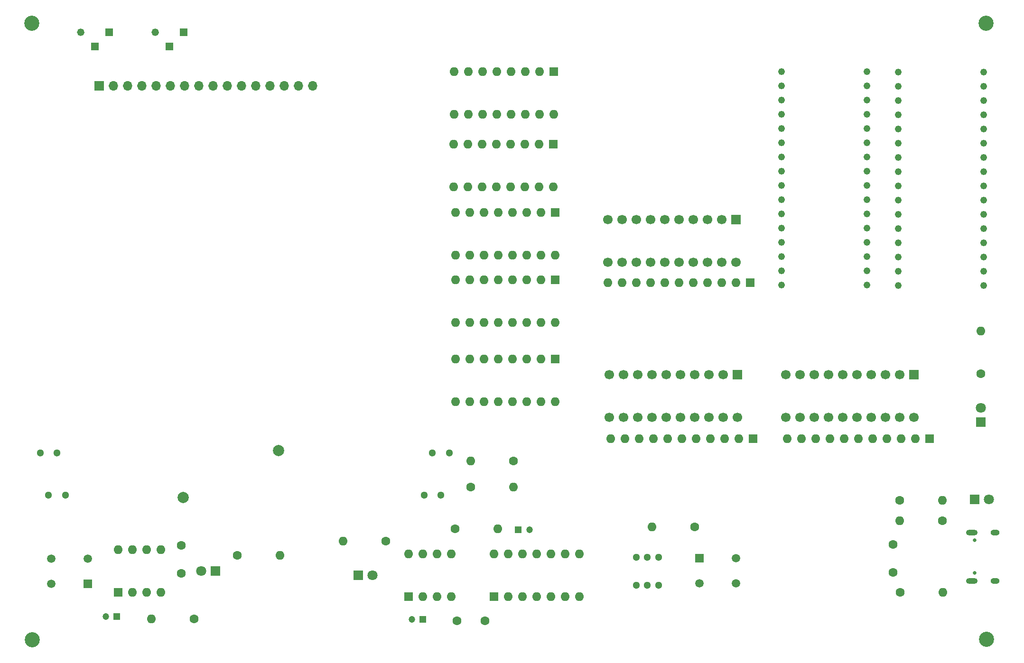
<source format=gbs>
%TF.GenerationSoftware,KiCad,Pcbnew,7.0.10*%
%TF.CreationDate,2024-03-06T21:26:23-08:00*%
%TF.ProjectId,cpu,6370752e-6b69-4636-9164-5f7063625858,1.0*%
%TF.SameCoordinates,Original*%
%TF.FileFunction,Soldermask,Bot*%
%TF.FilePolarity,Negative*%
%FSLAX46Y46*%
G04 Gerber Fmt 4.6, Leading zero omitted, Abs format (unit mm)*
G04 Created by KiCad (PCBNEW 7.0.10) date 2024-03-06 21:26:23*
%MOMM*%
%LPD*%
G01*
G04 APERTURE LIST*
%ADD10C,1.300000*%
%ADD11R,1.600000X1.600000*%
%ADD12O,1.600000X1.600000*%
%ADD13C,1.600000*%
%ADD14C,1.320800*%
%ADD15R,1.320800X1.320800*%
%ADD16C,2.700000*%
%ADD17C,1.244600*%
%ADD18R,1.700000X1.700000*%
%ADD19C,1.700000*%
%ADD20R,1.800000X1.800000*%
%ADD21C,1.800000*%
%ADD22R,1.200000X1.200000*%
%ADD23C,1.200000*%
%ADD24R,1.508000X1.508000*%
%ADD25C,1.508000*%
%ADD26O,1.700000X1.700000*%
%ADD27C,0.650000*%
%ADD28O,2.100000X1.000000*%
%ADD29O,1.600000X1.000000*%
%ADD30C,2.000000*%
G04 APERTURE END LIST*
D10*
%TO.C,SW1*%
X154390000Y-130430000D03*
X156390000Y-130430000D03*
X158390000Y-130430000D03*
X154390000Y-125430000D03*
X156390000Y-125430000D03*
X158390000Y-125430000D03*
%TD*%
D11*
%TO.C,U8*%
X139954000Y-90043000D03*
D12*
X137414000Y-90043000D03*
X134874000Y-90043000D03*
X132334000Y-90043000D03*
X129794000Y-90043000D03*
X127254000Y-90043000D03*
X124714000Y-90043000D03*
X122174000Y-90043000D03*
X122174000Y-97663000D03*
X124714000Y-97663000D03*
X127254000Y-97663000D03*
X129794000Y-97663000D03*
X132334000Y-97663000D03*
X134874000Y-97663000D03*
X137414000Y-97663000D03*
X139954000Y-97663000D03*
%TD*%
D13*
%TO.C,R5*%
X132486400Y-108254800D03*
D12*
X124866400Y-108254800D03*
%TD*%
D11*
%TO.C,U6*%
X139954000Y-63881000D03*
D12*
X137414000Y-63881000D03*
X134874000Y-63881000D03*
X132334000Y-63881000D03*
X129794000Y-63881000D03*
X127254000Y-63881000D03*
X124714000Y-63881000D03*
X122174000Y-63881000D03*
X122174000Y-71501000D03*
X124714000Y-71501000D03*
X127254000Y-71501000D03*
X129794000Y-71501000D03*
X132334000Y-71501000D03*
X134874000Y-71501000D03*
X137414000Y-71501000D03*
X139954000Y-71501000D03*
%TD*%
D13*
%TO.C,R3*%
X164840000Y-120050000D03*
D12*
X157220000Y-120050000D03*
%TD*%
D14*
%TO.C,RV2*%
X55245000Y-31750000D03*
D15*
X57785000Y-34290000D03*
X60325000Y-31750000D03*
%TD*%
D16*
%TO.C,H3*%
X46640000Y-140180000D03*
%TD*%
D13*
%TO.C,R8*%
X122080000Y-120430000D03*
D12*
X129700000Y-120430000D03*
%TD*%
D17*
%TO.C,U10*%
X216408000Y-76962000D03*
X216408000Y-74422000D03*
X216408000Y-71882000D03*
X216408000Y-69342000D03*
X216408000Y-66802000D03*
X216408000Y-64262000D03*
X216408000Y-61722000D03*
X216408000Y-59182000D03*
X216408000Y-56642000D03*
X216408000Y-54102000D03*
X216408000Y-51562000D03*
X216408000Y-49022000D03*
X216408000Y-46482000D03*
X216408000Y-43942000D03*
X216408000Y-41402000D03*
X216408000Y-38862000D03*
X201168000Y-38862000D03*
X201168000Y-41402000D03*
X201168000Y-43942000D03*
X201168000Y-46482000D03*
X201168000Y-49022000D03*
X201168000Y-51562000D03*
X201168000Y-54102000D03*
X201168000Y-56642000D03*
X201168000Y-59182000D03*
X201168000Y-61722000D03*
X201168000Y-64262000D03*
X201168000Y-66802000D03*
X201168000Y-69342000D03*
X201168000Y-71882000D03*
X201168000Y-74422000D03*
X201168000Y-76962000D03*
%TD*%
D13*
%TO.C,R2*%
X83185000Y-125095000D03*
D12*
X90805000Y-125095000D03*
%TD*%
D11*
%TO.C,RN3*%
X174752000Y-76454000D03*
D12*
X172212000Y-76454000D03*
X169672000Y-76454000D03*
X167132000Y-76454000D03*
X164592000Y-76454000D03*
X162052000Y-76454000D03*
X159512000Y-76454000D03*
X156972000Y-76454000D03*
X154432000Y-76454000D03*
X151892000Y-76454000D03*
X149352000Y-76454000D03*
%TD*%
D11*
%TO.C,U2*%
X129032000Y-132461000D03*
D12*
X131572000Y-132461000D03*
X134112000Y-132461000D03*
X136652000Y-132461000D03*
X139192000Y-132461000D03*
X141732000Y-132461000D03*
X144272000Y-132461000D03*
X144272000Y-124841000D03*
X141732000Y-124841000D03*
X139192000Y-124841000D03*
X136652000Y-124841000D03*
X134112000Y-124841000D03*
X131572000Y-124841000D03*
X129032000Y-124841000D03*
%TD*%
D18*
%TO.C,D4*%
X172466000Y-92837000D03*
D19*
X169926000Y-92837000D03*
X167386000Y-92837000D03*
X164846000Y-92837000D03*
X162306000Y-92837000D03*
X159766000Y-92837000D03*
X157226000Y-92837000D03*
X154686000Y-92837000D03*
X152146000Y-92837000D03*
X149606000Y-92837000D03*
X149606000Y-100457000D03*
X152146000Y-100457000D03*
X154686000Y-100457000D03*
X157226000Y-100457000D03*
X159766000Y-100457000D03*
X162306000Y-100457000D03*
X164846000Y-100457000D03*
X167386000Y-100457000D03*
X169926000Y-100457000D03*
X172466000Y-100457000D03*
%TD*%
D13*
%TO.C,R10*%
X209000000Y-118930000D03*
D12*
X201380000Y-118930000D03*
%TD*%
D20*
%TO.C,D1*%
X79300000Y-127935000D03*
D21*
X76760000Y-127935000D03*
%TD*%
D11*
%TO.C,U4*%
X139700000Y-38735000D03*
D12*
X137160000Y-38735000D03*
X134620000Y-38735000D03*
X132080000Y-38735000D03*
X129540000Y-38735000D03*
X127000000Y-38735000D03*
X124460000Y-38735000D03*
X121920000Y-38735000D03*
X121920000Y-46355000D03*
X124460000Y-46355000D03*
X127000000Y-46355000D03*
X129540000Y-46355000D03*
X132080000Y-46355000D03*
X134620000Y-46355000D03*
X137160000Y-46355000D03*
X139700000Y-46355000D03*
%TD*%
D16*
%TO.C,H4*%
X216890000Y-140130000D03*
%TD*%
D20*
%TO.C,D2*%
X215900000Y-101351000D03*
D21*
X215900000Y-98811000D03*
%TD*%
D13*
%TO.C,R11*%
X201450000Y-131720000D03*
D12*
X209070000Y-131720000D03*
%TD*%
D11*
%TO.C,U1*%
X61976000Y-131735000D03*
D12*
X64516000Y-131735000D03*
X67056000Y-131735000D03*
X69596000Y-131735000D03*
X69596000Y-124115000D03*
X67056000Y-124115000D03*
X64516000Y-124115000D03*
X61976000Y-124115000D03*
%TD*%
D16*
%TO.C,H1*%
X46570000Y-30100000D03*
%TD*%
D13*
%TO.C,R7*%
X215900000Y-92710000D03*
D12*
X215900000Y-85090000D03*
%TD*%
D11*
%TO.C,U7*%
X139954000Y-75946000D03*
D12*
X137414000Y-75946000D03*
X134874000Y-75946000D03*
X132334000Y-75946000D03*
X129794000Y-75946000D03*
X127254000Y-75946000D03*
X124714000Y-75946000D03*
X122174000Y-75946000D03*
X122174000Y-83566000D03*
X124714000Y-83566000D03*
X127254000Y-83566000D03*
X129794000Y-83566000D03*
X132334000Y-83566000D03*
X134874000Y-83566000D03*
X137414000Y-83566000D03*
X139954000Y-83566000D03*
%TD*%
D11*
%TO.C,RN2*%
X206742000Y-104267000D03*
D12*
X204202000Y-104267000D03*
X201662000Y-104267000D03*
X199122000Y-104267000D03*
X196582000Y-104267000D03*
X194042000Y-104267000D03*
X191502000Y-104267000D03*
X188962000Y-104267000D03*
X186422000Y-104267000D03*
X183882000Y-104267000D03*
X181342000Y-104267000D03*
%TD*%
D22*
%TO.C,C3*%
X116332000Y-136525000D03*
D23*
X114332000Y-136525000D03*
%TD*%
D13*
%TO.C,R1*%
X75490000Y-136480000D03*
D12*
X67870000Y-136480000D03*
%TD*%
D24*
%TO.C,S1*%
X56550000Y-130230000D03*
D25*
X50050000Y-130230000D03*
X56550000Y-125730000D03*
X50050000Y-125730000D03*
%TD*%
D18*
%TO.C,D5*%
X203962000Y-92837000D03*
D19*
X201422000Y-92837000D03*
X198882000Y-92837000D03*
X196342000Y-92837000D03*
X193802000Y-92837000D03*
X191262000Y-92837000D03*
X188722000Y-92837000D03*
X186182000Y-92837000D03*
X183642000Y-92837000D03*
X181102000Y-92837000D03*
X181102000Y-100457000D03*
X183642000Y-100457000D03*
X186182000Y-100457000D03*
X188722000Y-100457000D03*
X191262000Y-100457000D03*
X193802000Y-100457000D03*
X196342000Y-100457000D03*
X198882000Y-100457000D03*
X201422000Y-100457000D03*
X203962000Y-100457000D03*
%TD*%
D13*
%TO.C,C2*%
X73210000Y-123380000D03*
X73210000Y-128380000D03*
%TD*%
%TO.C,R6*%
X201360000Y-115290000D03*
D12*
X208980000Y-115290000D03*
%TD*%
D13*
%TO.C,R4*%
X124870000Y-112950000D03*
D12*
X132490000Y-112950000D03*
%TD*%
D13*
%TO.C,R9*%
X109733000Y-122565000D03*
D12*
X102113000Y-122565000D03*
%TD*%
D18*
%TO.C,J1*%
X58547000Y-41275000D03*
D26*
X61087000Y-41275000D03*
X63627000Y-41275000D03*
X66167000Y-41275000D03*
X68707000Y-41275000D03*
X71247000Y-41275000D03*
X73787000Y-41275000D03*
X76327000Y-41275000D03*
X78867000Y-41275000D03*
X81407000Y-41275000D03*
X83947000Y-41275000D03*
X86487000Y-41275000D03*
X89027000Y-41275000D03*
X91567000Y-41275000D03*
X94107000Y-41275000D03*
X96647000Y-41275000D03*
%TD*%
D13*
%TO.C,C6*%
X200253600Y-123190000D03*
X200253600Y-128190000D03*
%TD*%
D20*
%TO.C,D3*%
X104775000Y-128661000D03*
D21*
X107315000Y-128661000D03*
%TD*%
D14*
%TO.C,RV3*%
X68580000Y-31714616D03*
D15*
X71120000Y-34254616D03*
X73660000Y-31714616D03*
%TD*%
D13*
%TO.C,C4*%
X122440000Y-136840000D03*
X127440000Y-136840000D03*
%TD*%
D20*
%TO.C,D7*%
X214765600Y-115114400D03*
D21*
X217305600Y-115114400D03*
%TD*%
D11*
%TO.C,RN1*%
X175260000Y-104267000D03*
D12*
X172720000Y-104267000D03*
X170180000Y-104267000D03*
X167640000Y-104267000D03*
X165100000Y-104267000D03*
X162560000Y-104267000D03*
X160020000Y-104267000D03*
X157480000Y-104267000D03*
X154940000Y-104267000D03*
X152400000Y-104267000D03*
X149860000Y-104267000D03*
%TD*%
D22*
%TO.C,C5*%
X133355000Y-120533000D03*
D23*
X135355000Y-120533000D03*
%TD*%
D11*
%TO.C,U3*%
X113745000Y-132471000D03*
D12*
X116285000Y-132471000D03*
X118825000Y-132471000D03*
X121365000Y-132471000D03*
X121365000Y-124851000D03*
X118825000Y-124851000D03*
X116285000Y-124851000D03*
X113745000Y-124851000D03*
%TD*%
D18*
%TO.C,D6*%
X172212000Y-65151000D03*
D19*
X169672000Y-65151000D03*
X167132000Y-65151000D03*
X164592000Y-65151000D03*
X162052000Y-65151000D03*
X159512000Y-65151000D03*
X156972000Y-65151000D03*
X154432000Y-65151000D03*
X151892000Y-65151000D03*
X149352000Y-65151000D03*
X149352000Y-72771000D03*
X151892000Y-72771000D03*
X154432000Y-72771000D03*
X156972000Y-72771000D03*
X159512000Y-72771000D03*
X162052000Y-72771000D03*
X164592000Y-72771000D03*
X167132000Y-72771000D03*
X169672000Y-72771000D03*
X172212000Y-72771000D03*
%TD*%
D16*
%TO.C,H2*%
X216830000Y-30130000D03*
%TD*%
D24*
%TO.C,S2*%
X165670000Y-125650000D03*
D25*
X172170000Y-125650000D03*
X165670000Y-130150000D03*
X172170000Y-130150000D03*
%TD*%
D17*
%TO.C,U9*%
X195580000Y-76835000D03*
X195580000Y-74295000D03*
X195580000Y-71755000D03*
X195580000Y-69215000D03*
X195580000Y-66675000D03*
X195580000Y-64135000D03*
X195580000Y-61595000D03*
X195580000Y-59055000D03*
X195580000Y-56515000D03*
X195580000Y-53975000D03*
X195580000Y-51435000D03*
X195580000Y-48895000D03*
X195580000Y-46355000D03*
X195580000Y-43815000D03*
X195580000Y-41275000D03*
X195580000Y-38735000D03*
X180340000Y-38735000D03*
X180340000Y-41275000D03*
X180340000Y-43815000D03*
X180340000Y-46355000D03*
X180340000Y-48895000D03*
X180340000Y-51435000D03*
X180340000Y-53975000D03*
X180340000Y-56515000D03*
X180340000Y-59055000D03*
X180340000Y-61595000D03*
X180340000Y-64135000D03*
X180340000Y-66675000D03*
X180340000Y-69215000D03*
X180340000Y-71755000D03*
X180340000Y-74295000D03*
X180340000Y-76835000D03*
%TD*%
D27*
%TO.C,J2*%
X214790000Y-128241000D03*
X214790000Y-122461000D03*
D28*
X214260000Y-129671000D03*
D29*
X218440000Y-129671000D03*
D28*
X214260000Y-121031000D03*
D29*
X218440000Y-121031000D03*
%TD*%
D10*
%TO.C,RV1*%
X121031000Y-106863000D03*
X118031000Y-106863000D03*
X48031000Y-106863000D03*
X51031000Y-106863000D03*
X119531000Y-114363000D03*
X116531000Y-114363000D03*
X49531000Y-114363000D03*
X52531000Y-114363000D03*
D30*
X73531000Y-114813000D03*
X90531000Y-106413000D03*
%TD*%
D22*
%TO.C,C1*%
X61722000Y-136053000D03*
D23*
X59722000Y-136053000D03*
%TD*%
D11*
%TO.C,U5*%
X139573000Y-51689000D03*
D12*
X137033000Y-51689000D03*
X134493000Y-51689000D03*
X131953000Y-51689000D03*
X129413000Y-51689000D03*
X126873000Y-51689000D03*
X124333000Y-51689000D03*
X121793000Y-51689000D03*
X121793000Y-59309000D03*
X124333000Y-59309000D03*
X126873000Y-59309000D03*
X129413000Y-59309000D03*
X131953000Y-59309000D03*
X134493000Y-59309000D03*
X137033000Y-59309000D03*
X139573000Y-59309000D03*
%TD*%
M02*

</source>
